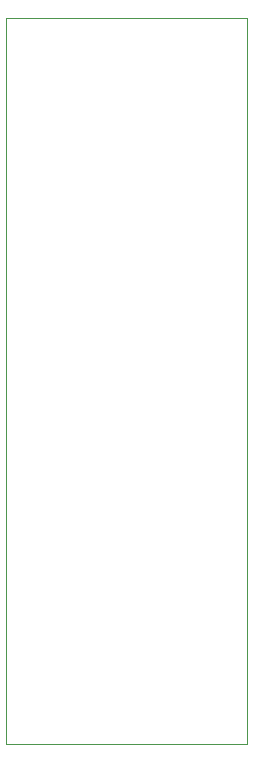
<source format=gbr>
G04 #@! TF.GenerationSoftware,KiCad,Pcbnew,5.1.5+dfsg1-2build2*
G04 #@! TF.CreationDate,2022-03-13T21:18:42-04:00*
G04 #@! TF.ProjectId,vdg_breakout,7664675f-6272-4656-916b-6f75742e6b69,rev?*
G04 #@! TF.SameCoordinates,Original*
G04 #@! TF.FileFunction,Profile,NP*
%FSLAX46Y46*%
G04 Gerber Fmt 4.6, Leading zero omitted, Abs format (unit mm)*
G04 Created by KiCad (PCBNEW 5.1.5+dfsg1-2build2) date 2022-03-13 21:18:42*
%MOMM*%
%LPD*%
G04 APERTURE LIST*
%ADD10C,0.050000*%
G04 APERTURE END LIST*
D10*
X121425000Y-58950000D02*
X141800000Y-58950000D01*
X121425000Y-120350000D02*
X121425000Y-58950000D01*
X141775000Y-120350000D02*
X121425000Y-120350000D01*
X141800000Y-58950000D02*
X141775000Y-120350000D01*
M02*

</source>
